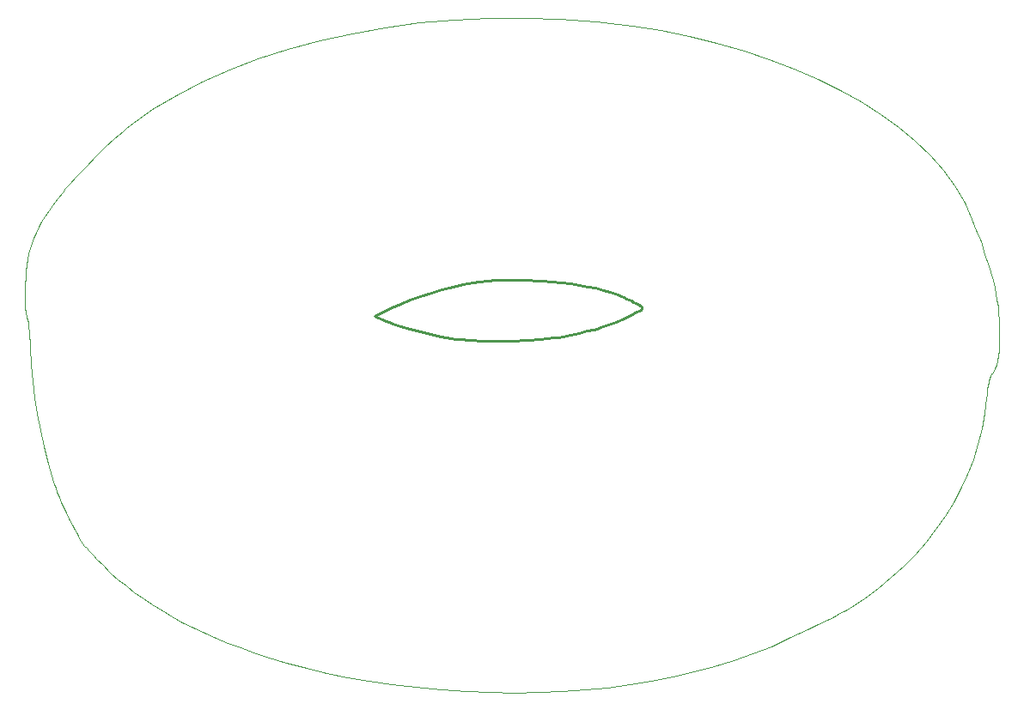
<source format=gm1>
%TF.GenerationSoftware,KiCad,Pcbnew,(6.0.2-0)*%
%TF.CreationDate,2022-12-05T13:59:40+01:00*%
%TF.ProjectId,ornament_2022,6f726e61-6d65-46e7-945f-323032322e6b,rev?*%
%TF.SameCoordinates,Original*%
%TF.FileFunction,Profile,NP*%
%FSLAX46Y46*%
G04 Gerber Fmt 4.6, Leading zero omitted, Abs format (unit mm)*
G04 Created by KiCad (PCBNEW (6.0.2-0)) date 2022-12-05 13:59:40*
%MOMM*%
%LPD*%
G01*
G04 APERTURE LIST*
%TA.AperFunction,Profile*%
%ADD10C,0.100000*%
%TD*%
%TA.AperFunction,Profile*%
%ADD11C,0.220460*%
%TD*%
G04 APERTURE END LIST*
D10*
X202996377Y-99117879D02*
X200438493Y-98876118D01*
X200438493Y-98876118D02*
X198051231Y-98598506D01*
X198051231Y-98598506D02*
X195805643Y-98279620D01*
X195805643Y-98279620D02*
X193672784Y-97914039D01*
X193672784Y-97914039D02*
X191623707Y-97496342D01*
X191623707Y-97496342D02*
X189629466Y-97021105D01*
X189629466Y-97021105D02*
X187661114Y-96482909D01*
X187661114Y-96482909D02*
X185689706Y-95876330D01*
X185689706Y-95876330D02*
X184386695Y-95439464D01*
X184386695Y-95439464D02*
X183124825Y-94986782D01*
X183124825Y-94986782D02*
X181903730Y-94518080D01*
X181903730Y-94518080D02*
X180723043Y-94033151D01*
X180723043Y-94033151D02*
X179582397Y-93531793D01*
X179582397Y-93531793D02*
X178481425Y-93013798D01*
X178481425Y-93013798D02*
X177419760Y-92478963D01*
X177419760Y-92478963D02*
X176397035Y-91927082D01*
X176397035Y-91927082D02*
X175412883Y-91357951D01*
X175412883Y-91357951D02*
X174466938Y-90771365D01*
X174466938Y-90771365D02*
X173558832Y-90167118D01*
X173558832Y-90167118D02*
X172688198Y-89545005D01*
X172688198Y-89545005D02*
X171854671Y-88904822D01*
X171854671Y-88904822D02*
X171057881Y-88246364D01*
X171057881Y-88246364D02*
X170297464Y-87569426D01*
X170297464Y-87569426D02*
X169573051Y-86873802D01*
X169573051Y-86873802D02*
X168924652Y-86219274D01*
X168924652Y-86219274D02*
X168648105Y-85931876D01*
X168648105Y-85931876D02*
X168398626Y-85664538D01*
X168398626Y-85664538D02*
X168172692Y-85412370D01*
X168172692Y-85412370D02*
X167966777Y-85170485D01*
X167966777Y-85170485D02*
X167777356Y-84933992D01*
X167777356Y-84933992D02*
X167600905Y-84698004D01*
X167600905Y-84698004D02*
X167433899Y-84457632D01*
X167433899Y-84457632D02*
X167272813Y-84207986D01*
X167272813Y-84207986D02*
X167114123Y-83944179D01*
X167114123Y-83944179D02*
X166954303Y-83661322D01*
X166954303Y-83661322D02*
X166789830Y-83354526D01*
X166789830Y-83354526D02*
X166617177Y-83018901D01*
X166617177Y-83018901D02*
X166233236Y-82241615D01*
X166233236Y-82241615D02*
X165980382Y-81712423D01*
X165980382Y-81712423D02*
X165731588Y-81175236D01*
X165731588Y-81175236D02*
X165493223Y-80644923D01*
X165493223Y-80644923D02*
X165271654Y-80136351D01*
X165271654Y-80136351D02*
X165073250Y-79664386D01*
X165073250Y-79664386D02*
X164904378Y-79243897D01*
X164904378Y-79243897D02*
X164771405Y-78889750D01*
X164771405Y-78889750D02*
X164680701Y-78616813D01*
X164680701Y-78616813D02*
X164185938Y-76870115D01*
X164185938Y-76870115D02*
X163756321Y-75181150D01*
X163756321Y-75181150D02*
X163389162Y-73534345D01*
X163389162Y-73534345D02*
X163081770Y-71914127D01*
X163081770Y-71914127D02*
X162831456Y-70304921D01*
X162831456Y-70304921D02*
X162635530Y-68691155D01*
X162635530Y-68691155D02*
X162491304Y-67057254D01*
X162491304Y-67057254D02*
X162396087Y-65387646D01*
X162396087Y-65387646D02*
X162368867Y-64846389D01*
X162368867Y-64846389D02*
X162334318Y-64322568D01*
X162334318Y-64322568D02*
X162293852Y-63828995D01*
X162293852Y-63828995D02*
X162248878Y-63378487D01*
X162248878Y-63378487D02*
X162200809Y-62983857D01*
X162200809Y-62983857D02*
X162151054Y-62657919D01*
X162151054Y-62657919D02*
X162101025Y-62413489D01*
X162101025Y-62413489D02*
X162076348Y-62325844D01*
X162076348Y-62325844D02*
X162052132Y-62263380D01*
X162052132Y-62263380D02*
X162026589Y-62197991D01*
X162026589Y-62197991D02*
X162003247Y-62112147D01*
X162003247Y-62112147D02*
X161982134Y-62006587D01*
X161982134Y-62006587D02*
X161963283Y-61882051D01*
X161963283Y-61882051D02*
X161946722Y-61739278D01*
X161946722Y-61739278D02*
X161932484Y-61579007D01*
X161932484Y-61579007D02*
X161920598Y-61401977D01*
X161920598Y-61401977D02*
X161911096Y-61208929D01*
X161911096Y-61208929D02*
X161899362Y-60777732D01*
X161899362Y-60777732D02*
X161897527Y-60291330D01*
X161897527Y-60291330D02*
X161905836Y-59755639D01*
X161905836Y-59755639D02*
X161924533Y-59176572D01*
X161924533Y-59176572D02*
X161959831Y-58488894D01*
X161959831Y-58488894D02*
X162010347Y-57843524D01*
X162010347Y-57843524D02*
X162078377Y-57234773D01*
X162078377Y-57234773D02*
X162166216Y-56656948D01*
X162166216Y-56656948D02*
X162276163Y-56104360D01*
X162276163Y-56104360D02*
X162410511Y-55571317D01*
X162410511Y-55571317D02*
X162571558Y-55052128D01*
X162571558Y-55052128D02*
X162761601Y-54541102D01*
X162761601Y-54541102D02*
X162982934Y-54032548D01*
X162982934Y-54032548D02*
X163237854Y-53520776D01*
X163237854Y-53520776D02*
X163528657Y-53000094D01*
X163528657Y-53000094D02*
X163857640Y-52464812D01*
X163857640Y-52464812D02*
X164227099Y-51909238D01*
X164227099Y-51909238D02*
X164639329Y-51327681D01*
X164639329Y-51327681D02*
X165096628Y-50714451D01*
X165096628Y-50714451D02*
X165601290Y-50063857D01*
X165601290Y-50063857D02*
X165890964Y-49707492D01*
X165890964Y-49707492D02*
X166224491Y-49316605D01*
X166224491Y-49316605D02*
X166999819Y-48454427D01*
X166999819Y-48454427D02*
X167880706Y-47523643D01*
X167880706Y-47523643D02*
X168820581Y-46570577D01*
X168820581Y-46570577D02*
X169772874Y-45641551D01*
X169772874Y-45641551D02*
X170691016Y-44782886D01*
X170691016Y-44782886D02*
X171528436Y-44040904D01*
X171528436Y-44040904D02*
X171902322Y-43728145D01*
X171902322Y-43728145D02*
X172238565Y-43461927D01*
X172238565Y-43461927D02*
X174428375Y-41917135D01*
X174428375Y-41917135D02*
X176800512Y-40484367D01*
X176800512Y-40484367D02*
X179341730Y-39166244D01*
X179341730Y-39166244D02*
X182038785Y-37965392D01*
X182038785Y-37965392D02*
X184878433Y-36884433D01*
X184878433Y-36884433D02*
X187847428Y-35925990D01*
X187847428Y-35925990D02*
X190932526Y-35092688D01*
X190932526Y-35092688D02*
X194120482Y-34387149D01*
X194120482Y-34387149D02*
X197398053Y-33811998D01*
X197398053Y-33811998D02*
X200751993Y-33369858D01*
X200751993Y-33369858D02*
X204169058Y-33063351D01*
X204169058Y-33063351D02*
X207636003Y-32895103D01*
X207636003Y-32895103D02*
X211139584Y-32867735D01*
X211139584Y-32867735D02*
X214666555Y-32983872D01*
X214666555Y-32983872D02*
X218203674Y-33246137D01*
X218203674Y-33246137D02*
X221737694Y-33657154D01*
X221737694Y-33657154D02*
X224591360Y-34109222D01*
X224591360Y-34109222D02*
X227379386Y-34667378D01*
X227379386Y-34667378D02*
X230092682Y-35326821D01*
X230092682Y-35326821D02*
X232722161Y-36082747D01*
X232722161Y-36082747D02*
X235258733Y-36930355D01*
X235258733Y-36930355D02*
X237693311Y-37864842D01*
X237693311Y-37864842D02*
X240016806Y-38881407D01*
X240016806Y-38881407D02*
X242220131Y-39975247D01*
X242220131Y-39975247D02*
X244294196Y-41141559D01*
X244294196Y-41141559D02*
X246229913Y-42375542D01*
X246229913Y-42375542D02*
X248018195Y-43672393D01*
X248018195Y-43672393D02*
X249649952Y-45027310D01*
X249649952Y-45027310D02*
X251116097Y-46435491D01*
X251116097Y-46435491D02*
X252407541Y-47892133D01*
X252407541Y-47892133D02*
X253515196Y-49392435D01*
X253515196Y-49392435D02*
X254429973Y-50931594D01*
X254429973Y-50931594D02*
X254615670Y-51301834D01*
X254615670Y-51301834D02*
X254812178Y-51722618D01*
X254812178Y-51722618D02*
X255228763Y-52690919D01*
X255228763Y-52690919D02*
X255661995Y-53786693D01*
X255661995Y-53786693D02*
X256094143Y-54960136D01*
X256094143Y-54960136D02*
X256507477Y-56161444D01*
X256507477Y-56161444D02*
X256884263Y-57340813D01*
X256884263Y-57340813D02*
X257206771Y-58448439D01*
X257206771Y-58448439D02*
X257457270Y-59434517D01*
X257457270Y-59434517D02*
X257587547Y-60057439D01*
X257587547Y-60057439D02*
X257697563Y-60698002D01*
X257697563Y-60698002D02*
X257787500Y-61349833D01*
X257787500Y-61349833D02*
X257857542Y-62006557D01*
X257857542Y-62006557D02*
X257907872Y-62661801D01*
X257907872Y-62661801D02*
X257938672Y-63309191D01*
X257938672Y-63309191D02*
X257950125Y-63942352D01*
X257950125Y-63942352D02*
X257942416Y-64554911D01*
X257942416Y-64554911D02*
X257915725Y-65140493D01*
X257915725Y-65140493D02*
X257870238Y-65692725D01*
X257870238Y-65692725D02*
X257806136Y-66205233D01*
X257806136Y-66205233D02*
X257723602Y-66671642D01*
X257723602Y-66671642D02*
X257622820Y-67085579D01*
X257622820Y-67085579D02*
X257503973Y-67440669D01*
X257503973Y-67440669D02*
X257367243Y-67730539D01*
X257367243Y-67730539D02*
X257212814Y-67948814D01*
X257212814Y-67948814D02*
X257189009Y-67976735D01*
X257189009Y-67976735D02*
X257165697Y-68007353D01*
X257165697Y-68007353D02*
X257120531Y-68076776D01*
X257120531Y-68076776D02*
X257077273Y-68157265D01*
X257077273Y-68157265D02*
X257035883Y-68249000D01*
X257035883Y-68249000D02*
X256996317Y-68352163D01*
X256996317Y-68352163D02*
X256958533Y-68466934D01*
X256958533Y-68466934D02*
X256922491Y-68593494D01*
X256922491Y-68593494D02*
X256888148Y-68732025D01*
X256888148Y-68732025D02*
X256855461Y-68882708D01*
X256855461Y-68882708D02*
X256824390Y-69045723D01*
X256824390Y-69045723D02*
X256794891Y-69221251D01*
X256794891Y-69221251D02*
X256766924Y-69409474D01*
X256766924Y-69409474D02*
X256740445Y-69610573D01*
X256740445Y-69610573D02*
X256715414Y-69824728D01*
X256715414Y-69824728D02*
X256691788Y-70052120D01*
X256691788Y-70052120D02*
X256669525Y-70292932D01*
X256669525Y-70292932D02*
X256483823Y-71849181D01*
X256483823Y-71849181D02*
X256201122Y-73385378D01*
X256201122Y-73385378D02*
X255823461Y-74898384D01*
X255823461Y-74898384D02*
X255352878Y-76385061D01*
X255352878Y-76385061D02*
X254791411Y-77842271D01*
X254791411Y-77842271D02*
X254141099Y-79266874D01*
X254141099Y-79266874D02*
X253403982Y-80655733D01*
X253403982Y-80655733D02*
X252582096Y-82005710D01*
X252582096Y-82005710D02*
X251677481Y-83313665D01*
X251677481Y-83313665D02*
X250692176Y-84576460D01*
X250692176Y-84576460D02*
X249628218Y-85790957D01*
X249628218Y-85790957D02*
X248487648Y-86954018D01*
X248487648Y-86954018D02*
X247272502Y-88062504D01*
X247272502Y-88062504D02*
X245984820Y-89113276D01*
X245984820Y-89113276D02*
X244626640Y-90103197D01*
X244626640Y-90103197D02*
X243200001Y-91029128D01*
X243200001Y-91029128D02*
X242883274Y-91219356D01*
X242883274Y-91219356D02*
X242545683Y-91415911D01*
X242545683Y-91415911D02*
X242197630Y-91613125D01*
X242197630Y-91613125D02*
X241849513Y-91805332D01*
X241849513Y-91805332D02*
X241511732Y-91986864D01*
X241511732Y-91986864D02*
X241194688Y-92152055D01*
X241194688Y-92152055D02*
X240908780Y-92295238D01*
X240908780Y-92295238D02*
X240664409Y-92410744D01*
X240664409Y-92410744D02*
X240058609Y-92690156D01*
X240058609Y-92690156D02*
X239198160Y-93093290D01*
X239198160Y-93093290D02*
X237171725Y-94054931D01*
X237171725Y-94054931D02*
X235432691Y-94839816D01*
X235432691Y-94839816D02*
X233623503Y-95564794D01*
X233623503Y-95564794D02*
X231747852Y-96229317D01*
X231747852Y-96229317D02*
X229809432Y-96832839D01*
X229809432Y-96832839D02*
X227811935Y-97374812D01*
X227811935Y-97374812D02*
X225759053Y-97854690D01*
X225759053Y-97854690D02*
X223654478Y-98271925D01*
X223654478Y-98271925D02*
X221501903Y-98625971D01*
X221501903Y-98625971D02*
X219305020Y-98916280D01*
X219305020Y-98916280D02*
X217067522Y-99142306D01*
X217067522Y-99142306D02*
X214793101Y-99303502D01*
X214793101Y-99303502D02*
X212485449Y-99399320D01*
X212485449Y-99399320D02*
X210148259Y-99429214D01*
X210148259Y-99429214D02*
X207785223Y-99392636D01*
X207785223Y-99392636D02*
X205400033Y-99289040D01*
X205400033Y-99289040D02*
X202996382Y-99117879D01*
X202996382Y-99117879D02*
X202996377Y-99117879D01*
X202996377Y-99117879D02*
X202996377Y-99117879D01*
D11*
X214881805Y-64288987D02*
X215664255Y-64129517D01*
X215664255Y-64129517D02*
X216506142Y-63946805D01*
X216506142Y-63946805D02*
X217306342Y-63763398D01*
X217306342Y-63763398D02*
X217963728Y-63601845D01*
X217963728Y-63601845D02*
X218269825Y-63515872D01*
X218269825Y-63515872D02*
X218608559Y-63409005D01*
X218608559Y-63409005D02*
X219355022Y-63145324D01*
X219355022Y-63145324D02*
X220145292Y-62836279D01*
X220145292Y-62836279D02*
X220921545Y-62507342D01*
X220921545Y-62507342D02*
X221625955Y-62183988D01*
X221625955Y-62183988D02*
X222200698Y-61891691D01*
X222200698Y-61891691D02*
X222421374Y-61765149D01*
X222421374Y-61765149D02*
X222587949Y-61655925D01*
X222587949Y-61655925D02*
X222693194Y-61567202D01*
X222693194Y-61567202D02*
X222720559Y-61531523D01*
X222720559Y-61531523D02*
X222729882Y-61502164D01*
X222729882Y-61502164D02*
X222724698Y-61477574D01*
X222724698Y-61477574D02*
X222709411Y-61449364D01*
X222709411Y-61449364D02*
X222684418Y-61417735D01*
X222684418Y-61417735D02*
X222650117Y-61382883D01*
X222650117Y-61382883D02*
X222555183Y-61304307D01*
X222555183Y-61304307D02*
X222427790Y-61215223D01*
X222427790Y-61215223D02*
X222271118Y-61117216D01*
X222271118Y-61117216D02*
X222088348Y-61011875D01*
X222088348Y-61011875D02*
X221882662Y-60900784D01*
X221882662Y-60900784D02*
X221657242Y-60785530D01*
X221657242Y-60785530D02*
X221415267Y-60667701D01*
X221415267Y-60667701D02*
X221159919Y-60548881D01*
X221159919Y-60548881D02*
X220894380Y-60430658D01*
X220894380Y-60430658D02*
X220621831Y-60314617D01*
X220621831Y-60314617D02*
X220345452Y-60202346D01*
X220345452Y-60202346D02*
X220068425Y-60095431D01*
X220068425Y-60095431D02*
X219793930Y-59995458D01*
X219793930Y-59995458D02*
X219525150Y-59904014D01*
X219525150Y-59904014D02*
X218871727Y-59710251D01*
X218871727Y-59710251D02*
X218146386Y-59531262D01*
X218146386Y-59531262D02*
X217359118Y-59367742D01*
X217359118Y-59367742D02*
X216519909Y-59220384D01*
X216519909Y-59220384D02*
X215638749Y-59089885D01*
X215638749Y-59089885D02*
X214725626Y-58976938D01*
X214725626Y-58976938D02*
X212843444Y-58806482D01*
X212843444Y-58806482D02*
X210953272Y-58714571D01*
X210953272Y-58714571D02*
X210030161Y-58699808D01*
X210030161Y-58699808D02*
X209135017Y-58706766D01*
X209135017Y-58706766D02*
X208277829Y-58736139D01*
X208277829Y-58736139D02*
X207468586Y-58788622D01*
X207468586Y-58788622D02*
X206717276Y-58864910D01*
X206717276Y-58864910D02*
X206033887Y-58965698D01*
X206033887Y-58965698D02*
X205065806Y-59156185D01*
X205065806Y-59156185D02*
X204044120Y-59395564D01*
X204044120Y-59395564D02*
X202991101Y-59676870D01*
X202991101Y-59676870D02*
X201929017Y-59993132D01*
X201929017Y-59993132D02*
X200880139Y-60337383D01*
X200880139Y-60337383D02*
X199866737Y-60702655D01*
X199866737Y-60702655D02*
X198911080Y-61081979D01*
X198911080Y-61081979D02*
X198035439Y-61468388D01*
X198035439Y-61468388D02*
X196381792Y-62242342D01*
X196381792Y-62242342D02*
X197484223Y-62756458D01*
X197484223Y-62756458D02*
X197781332Y-62886193D01*
X197781332Y-62886193D02*
X198124106Y-63020326D01*
X198124106Y-63020326D02*
X198925554Y-63296417D01*
X198925554Y-63296417D02*
X199846377Y-63573998D01*
X199846377Y-63573998D02*
X200844382Y-63842335D01*
X200844382Y-63842335D02*
X201877378Y-64090694D01*
X201877378Y-64090694D02*
X202903174Y-64308342D01*
X202903174Y-64308342D02*
X203879578Y-64484546D01*
X203879578Y-64484546D02*
X204336073Y-64553751D01*
X204336073Y-64553751D02*
X204764398Y-64608570D01*
X204764398Y-64608570D02*
X205797865Y-64690396D01*
X205797865Y-64690396D02*
X207053651Y-64732493D01*
X207053651Y-64732493D02*
X208453626Y-64737329D01*
X208453626Y-64737329D02*
X209919661Y-64707374D01*
X209919661Y-64707374D02*
X211373625Y-64645093D01*
X211373625Y-64645093D02*
X212737390Y-64552956D01*
X212737390Y-64552956D02*
X213932825Y-64433431D01*
X213932825Y-64433431D02*
X214443003Y-64364168D01*
X214443003Y-64364168D02*
X214881800Y-64288984D01*
X214881800Y-64288984D02*
X214881805Y-64288987D01*
X214881805Y-64288987D02*
X214881805Y-64288987D01*
M02*

</source>
